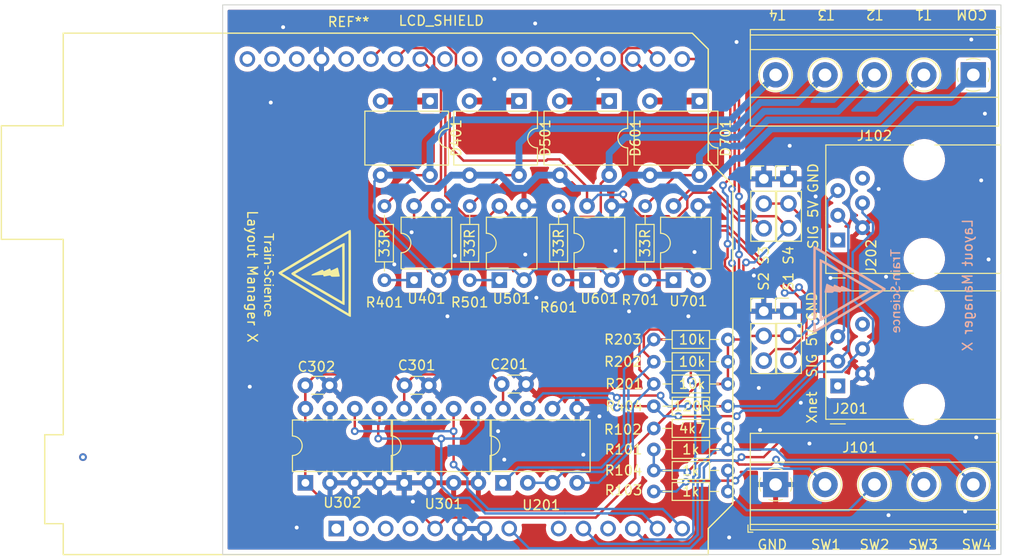
<source format=kicad_pcb>
(kicad_pcb (version 20211014) (generator pcbnew)
  (layers (0 "F.Cu" signal) (31 "B.Cu" signal) (34 "B.Paste" user) (35 "F.Paste" user) (36 "B.SilkS" user "B.Silkscreen") (37 "F.SilkS" user "F.Silkscreen") (38 "B.Mask" user) (39 "F.Mask" user) (44 "Edge.Cuts" user))
  (net 0 "")
  (net 1 "+5V")
  (net 2 "GND")
  (net 3 "+12V")
  (net 4 "/Xnet/Rx")
  (net 5 "/Xnet/Tx")
  (net 6 "/Xnet/485dir")
  (net 7 "/eeprom/SDA")
  (net 8 "/eeprom/SCL")
  (net 9 "Net-(D401-Pad1)")
  (net 10 "/sensor1/com")
  (net 11 "Net-(D501-Pad1)")
  (net 12 "Net-(D601-Pad1)")
  (net 13 "Net-(D701-Pad1)")
  (net 14 "Net-(J101-Pad2)")
  (net 15 "Net-(J101-Pad3)")
  (net 16 "Net-(J101-Pad4)")
  (net 18 "B")
  (net 19 "A")
  (net 21 "Net-(R401-Pad2)")
  (net 22 "Net-(R501-Pad2)")
  (net 23 "Net-(R601-Pad2)")
  (net 24 "Net-(R701-Pad2)")
  (net 42 "/switches")
  (net 43 "/input3")
  (net 44 "/input2")
  (net 45 "/input1")
  (net 46 "/input4")
  (net 47 "/track1")
  (net 48 "/track2")
  (net 49 "/track3")
  (net 50 "/track4")
  (footprint "Resistor_THT:R_Axial_DIN0204_L3.6mm_D1.6mm_P7.62mm_Horizontal" (layer "F.Cu") (at 165.483 113.892 180)
    (fp_text reference "R202")
    (fp_text value "10k")
  )
  (footprint "Diode_THT:Diode_Bridge_DIP-4_W7.62mm_P5.08mm" (layer "F.Cu") (at 162.549 87.095 -90)
    (fp_text reference "D701")
    (fp_text value "D_Bridge_+-AA")
  )
  (footprint "Capacitor_THT:C_Disc_D3.0mm_W1.6mm_P2.50mm" (layer "F.Cu") (at 122.039 116.315)
    (fp_text reference "C302")
    (fp_text value "100nF")
  )
  (footprint "custom_kicad_lib_sk:RJ12" (layer "F.Cu") (at 176.776 101.379 90)
    (fp_text reference "J202")
    (fp_text value "RJ12")
  )
  (footprint "TerminalBlock_Phoenix:TerminalBlock_Phoenix_MKDS-1,5-5-5.08_1x05_P5.08mm_Horizontal" (layer "F.Cu") (at 190.706 84.404 180)
    (fp_text reference "J102")
    (fp_text value "Screw_Terminal_01x05")
  )
  (footprint "TerminalBlock_Phoenix:TerminalBlock_Phoenix_MKDS-1,5-5-5.08_1x05_P5.08mm_Horizontal" (layer "F.Cu") (at 170.386 126.514)
    (fp_text reference "J101")
    (fp_text value "Screw_Terminal_01x05")
  )
  (footprint "Connector_PinHeader_2.54mm:PinHeader_1x03_P2.54mm_Vertical" (layer "F.Cu") (at 171.706 108.685)
    (fp_text reference "J402" hide)
    (fp_text value "Conn_01x03_Male")
  )
  (footprint "Resistor_THT:R_Axial_DIN0204_L3.6mm_D1.6mm_P7.62mm_Horizontal" (layer "F.Cu") (at 148.079 97.88 -90)
    (fp_text reference "R601")
    (fp_text value "33R")
  )
  (footprint "custom_kicad_lib_sk:UNO_SHIELD_NEUTRAL" (layer "F.Cu") (at 125.224 84.809)
    (fp_text reference "A101" hide)
    (fp_text value "Arduino_UNO_R3")
  )
  (footprint "Resistor_THT:R_Axial_DIN0204_L3.6mm_D1.6mm_P7.62mm_Horizontal" (layer "F.Cu") (at 165.483 116.178 180)
    (fp_text reference "R201")
    (fp_text value "10k")
  )
  (footprint "Resistor_THT:R_Axial_DIN0204_L3.6mm_D1.6mm_P7.62mm_Horizontal" (layer "F.Cu") (at 165.483 125.068 180)
    (fp_text reference "R103")
    (fp_text value "1k")
  )
  (footprint "Resistor_THT:R_Axial_DIN0204_L3.6mm_D1.6mm_P7.62mm_Horizontal" (layer "F.Cu") (at 138.94 97.89 -90)
    (fp_text reference "R501")
    (fp_text value "33R")
  )
  (footprint "custom_kicad_lib_sk:Arduino_UNO_R3" (layer "F.Cu") (at 125.224 82.777)
    (fp_text reference "REF**")
    (fp_text value "Arduino_UNO_R3")
  )
  (footprint "Diode_THT:Diode_Bridge_DIP-4_W7.62mm_P5.08mm" (layer "F.Cu") (at 153.278 87.095 -90)
    (fp_text reference "D601")
    (fp_text value "D_Bridge_+-AA")
  )
  (footprint "Resistor_THT:R_Axial_DIN0204_L3.6mm_D1.6mm_P7.62mm_Horizontal" (layer "F.Cu") (at 165.483 120.75 180)
    (fp_text reference "R101")
    (fp_text value "4k7")
  )
  (footprint "custom_kicad_lib_sk:RJ12" (layer "F.Cu") (at 176.776 116.379 90)
    (fp_text reference "J201")
    (fp_text value "RJ12")
  )
  (footprint "Package_DIP:DIP-8_W7.62mm" (layer "F.Cu") (at 122.049 126.338 90)
    (fp_text reference "U302")
    (fp_text value "24LC256")
  )
  (footprint "Capacitor_THT:C_Disc_D3.0mm_W1.6mm_P2.50mm" (layer "F.Cu") (at 132.239 116.315)
    (fp_text reference "C301")
    (fp_text value "100nF")
  )
  (footprint "Connector_PinHeader_2.54mm:PinHeader_1x03_P2.54mm_Vertical" (layer "F.Cu") (at 171.706 95.096)
    (fp_text reference "J701" hide)
    (fp_text value "Conn_01x03_Male")
  )
  (footprint "custom_kicad_lib_sk:Train-Science logo small" (layer "F.Cu") (at 122.176 104.875 -90)
    (fp_text reference "G***" hide)
    (fp_text value "LOGO" hide)
  )
  (footprint "Resistor_THT:R_Axial_DIN0204_L3.6mm_D1.6mm_P7.62mm_Horizontal" (layer "F.Cu") (at 157.863 122.909)
    (fp_text reference "R102")
    (fp_text value "1k")
  )
  (footprint "Package_DIP:DIP-4_W7.62mm" (layer "F.Cu") (at 133.22 105.5 90)
    (fp_text reference "U401")
    (fp_text value "EL814")
  )
  (footprint "Capacitor_THT:C_Disc_D3.0mm_W1.6mm_P2.50mm" (layer "F.Cu") (at 142.232 116.188)
    (fp_text reference "C201")
    (fp_text value "~")
  )
  (footprint "Package_DIP:DIP-4_W7.62mm" (layer "F.Cu") (at 159.89 105.5 90)
    (fp_text reference "U701")
    (fp_text value "EL814")
  )
  (footprint "Diode_THT:Diode_Bridge_DIP-4_W7.62mm_P5.08mm" (layer "F.Cu") (at 144.007 87.095 -90)
    (fp_text reference "D501")
    (fp_text value "D_Bridge_+-AA")
  )
  (footprint "Connector_PinHeader_2.54mm:PinHeader_1x03_P2.54mm_Vertical" (layer "F.Cu") (at 169.166 95.096)
    (fp_text reference "J601" hide)
    (fp_text value "Conn_01x03_Male")
  )
  (footprint "Package_DIP:DIP-4_W7.62mm" (layer "F.Cu") (at 151 105.5 90)
    (fp_text reference "U601")
    (fp_text value "EL814")
  )
  (footprint "Resistor_THT:R_Axial_DIN0204_L3.6mm_D1.6mm_P7.62mm_Horizontal" (layer "F.Cu") (at 157.863 118.464)
    (fp_text reference "R404")
    (fp_text value "120R")
  )
  (footprint "Package_DIP:DIP-8_W7.62mm" (layer "F.Cu") (at 132.209 126.338 90)
    (fp_text reference "U301")
    (fp_text value "24LC256")
  )
  (footprint "Connector_PinHeader_2.54mm:PinHeader_1x03_P2.54mm_Vertical" (layer "F.Cu") (at 169.166 108.7)
    (fp_text reference "J501" hide)
    (fp_text value "Conn_01x03_Male")
  )
  (footprint "Resistor_THT:R_Axial_DIN0204_L3.6mm_D1.6mm_P7.62mm_Horizontal" (layer "F.Cu") (at 130.177 97.89 -90)
    (fp_text reference "R401")
    (fp_text value "33R")
  )
  (footprint "Resistor_THT:R_Axial_DIN0204_L3.6mm_D1.6mm_P7.62mm_Horizontal" (layer "F.Cu") (at 165.483 111.606 180)
    (fp_text reference "R203")
    (fp_text value "10k")
  )
  (footprint "Diode_THT:Diode_Bridge_DIP-4_W7.62mm_P5.08mm" (layer "F.Cu") (at 134.863 87.095 -90)
    (fp_text reference "D401")
    (fp_text value "D_Bridge_+-AA")
  )
  (footprint "custom_kicad_lib_sk:UNO_LCD_SHIELD" (layer "F.Cu") (at 125.224 82.777)
    (fp_text reference "LCD_SHIELD")
    (fp_text value "UNO_LCD_SHIELD")
  )
  (footprint "Package_DIP:DIP-8_W7.62mm" (layer "F.Cu") (at 142.369 126.338 90)
    (fp_text reference "U201")
    (fp_text value "MAX485E")
  )
  (footprint "Package_DIP:DIP-4_W7.62mm" (layer "F.Cu") (at 141.983 105.5 90)
    (fp_text reference "U501")
    (fp_text value "EL814")
  )
  (footprint "Resistor_THT:R_Axial_DIN0204_L3.6mm_D1.6mm_P7.62mm_Horizontal" (layer "F.Cu") (at 156.974 97.89 -90)
    (fp_text reference "R701")
    (fp_text value "33R")
  )
  (footprint "Resistor_THT:R_Axial_DIN0204_L3.6mm_D1.6mm_P7.62mm_Horizontal" (layer "F.Cu") (at 157.863 127.227)
    (fp_text reference "R104")
    (fp_text value "1k")
  )
  (footprint "custom_kicad_lib_sk:Train-Science logo small" (layer "B.Cu") (at 178.818 106.526 -90)
    (fp_text reference "G***" hide)
    (fp_text value "LOGO" hide)
  )
  (gr_rect (start 193.546 133.709) (end 113.546 77.209) (layer "Edge.Cuts") (width 0.1) (fill none))
  (gr_text "Layout Manager X" (at 190.121 106.018 90) (layer "B.SilkS") (effects (font (size 1 1)) (justify mirror)))
  (gr_text "S4" (at 171.706 102.955 90) (layer "F.SilkS") (effects (font (size 1 1))))
  (gr_text "GND" (at 170.046 132.709) (layer "F.SilkS") (effects (font (size 1 1))))
  (gr_text "T3" (at 175.546 78.209 180) (layer "F.SilkS") (effects (font (size 1 1))))
  (gr_text "SIG 5V GND" (at 174.119 111.098 90) (layer "F.SilkS") (effects (font (size 1 1))))
  (gr_text "S2" (at 169.166 105.637 90) (layer "F.SilkS") (effects (font (size 1 1))))
  (gr_text "SW3" (at 185.546 132.709) (layer "F.SilkS") (effects (font (size 1 1))))
  (gr_text "T4" (at 170.546 78.209 180) (layer "F.SilkS") (effects (font (size 1 1))))
  (gr_text "T2" (at 180.546 78.209 180) (layer "F.SilkS") (effects (font (size 1 1))))
  (gr_text "COM" (at 190.546 78.209 180) (layer "F.SilkS") (effects (font (size 1 1))))
  (gr_text "SW4" (at 191.046 132.709) (layer "F.SilkS") (effects (font (size 1 1))))
  (gr_text "T1" (at 185.546 78.209 180) (layer "F.SilkS") (effects (font (size 1 1))))
  (gr_text "SW2\n" (at 180.546 132.709) (layer "F.SilkS") (effects (font (size 1 1))))
  (gr_text "SW1" (at 175.546 132.709) (layer "F.SilkS") (effects (font (size 1 1))))
  (gr_text "S1" (at 171.706 105.637 90) (layer "F.SilkS") (effects (font (size 1 1))))
  (gr_text "SIG 5V GND" (at 174.246 97.89 90) (layer "F.SilkS") (effects (font (size 1 1))))
  (gr_text "Layout Manager X" (at 116.588 105.129 270) (layer "F.SilkS") (effects (font (size 1 1))))
  (gr_text "S3" (at 169.166 102.955 90) (layer "F.SilkS") (effects (font (size 1 1))))
  (gr_text "Xnet" (at 174.119 118.591 90) (layer "F.SilkS") (effects (font (size 1 1))))
  (via (at 99.187 123.698) (size 0.8) (drill 0.4) (layers "F.Cu" "B.Cu") (net 0))
  (segment (start 165.483 116.178) (end 165.483 111.606) (width 0.25) (layer "F.Cu") (net 1))
  (segment (start 157.863 120.75) (end 162.408 116.205) (width 0.25) (layer "F.Cu") (net 1))
  (segment (start 132.209 118.718) (end 132.209 116.345) (width 0.25) (layer "F.Cu") (net 1))
  (segment (start 167.286 111.606) (end 165.483 111.606) (width 0.25) (layer "F.Cu") (net 1))
  (segment (start 133.364 115.19) (end 141.234 115.19) (width 0.25) (layer "F.Cu") (net 1))
  (segment (start 167.652 111.24) (end 167.286 111.606) (width 0.25) (layer "F.Cu") (net 1))
  (segment (start 162.46 116.178) (end 165.483 116.178) (width 0.25) (layer "F.Cu") (net 1))
  (segment (start 162.433 116.205) (end 162.46 116.178) (width 0.25) (layer "F.Cu") (net 1))
  (segment (start 131.114 115.19) (end 123.164 115.19) (width 0.25) (layer "F.Cu") (net 1))
  (segment (start 169.166 111.24) (end 167.652 111.24) (width 0.25) (layer "F.Cu") (net 1))
  (segment (start 155.956 125.857) (end 155.956 122.657) (width 0.25) (layer "F.Cu") (net 1))
  (segment (start 122.039 116.315) (end 122.039 126.328) (width 0.25) (layer "F.Cu") (net 1))
  (segment (start 171.706 97.636) (end 174.498 100.428) (width 0.25) (layer "F.Cu") (net 1))
  (segment (start 162.408 116.205) (end 162.433 116.205) (width 0.25) (layer "F.Cu") (net 1))
  (segment (start 132.239 116.315) (end 133.364 115.19) (width 0.25) (layer "F.Cu") (net 1))
  (segment (start 142.369 116.325) (end 142.232 116.188) (width 0.25) (layer "F.Cu") (net 1))
  (segment (start 132.239 116.315) (end 131.114 115.19) (width 0.25) (layer "F.Cu") (net 1))
  (segment (start 122.049 126.338) (end 125.211 129.5) (width 0.25) (layer "F.Cu") (net 1))
  (segment (start 132.209 116.345) (end 132.239 116.315) (width 0.25) (layer "F.Cu") (net 1))
  (segment (start 122.049 116.325) (end 122.039 116.315) (width 0.25) (layer "F.Cu") (net 1))
  (segment (start 174.498 100.428) (end 174.498 109.728) (width 0.25) (layer "F.Cu") (net 1))
  (segment (start 155.956 122.657) (end 157.863 120.75) (width 0.25) (layer "F.Cu") (net 1))
  (segment (start 125.211 129.5) (end 133.847 129.5) (width 0.25) (layer "F.Cu") (net 1))
  (segment (start 122.049 118.718) (end 122.049 116.325) (width 0.25) (layer "F.Cu") (net 1))
  (segment (start 171.706 111.225) (end 169.181 111.225) (width 0.25) (layer "F.Cu") (net 1))
  (segment (start 151.901 129.912) (end 155.956 125.857) (width 0.25) (layer "F.Cu") (net 1))
  (segment (start 169.181 111.225) (end 169.166 111.24) (width 0.25) (layer "F.Cu") (net 1))
  (segment (start 135.384 131.037) (end 136.509 129.912) (width 0.25) (layer "F.Cu") (net 1))
  (segment (start 123.164 115.19) (end 122.039 116.315) (width 0.25) (layer "F.Cu") (net 1))
  (segment (start 141.234 115.19) (end 142.232 116.188) (width 0.25) (layer "F.Cu") (net 1))
  (segment (start 169.166 97.636) (end 171.706 97.636) (width 0.25) (layer "F.Cu") (net 1))
  (segment (start 133.847 129.5) (end 135.384 131.037) (width 0.25) (layer "F.Cu") (net 1))
  (segment (start 142.369 118.718) (end 142.369 116.325) (width 0.25) (layer "F.Cu") (net 1))
  (segment (start 122.039 126.328) (end 122.049 126.338) (width 0.25) (layer "F.Cu") (net 1))
  (segment (start 136.509 129.912) (end 151.901 129.912) (width 0.25) (layer "F.Cu") (net 1))
  (via (at 174.498 109.728) (size 0.8) (drill 0.4) (layers "F.Cu" "B.Cu") (net 1))
  (segment (start 173.001 111.225) (end 171.706 111.225) (width 0.25) (layer "B.Cu") (net 1))
  (segment (start 174.498 109.728) (end 173.001 111.225) (width 0.25) (layer "B.Cu") (net 1))
  (via (at 168.783 120.904) (size 0.8) (drill 0.4) (layers "F.Cu" "B.Cu") (net 2))
  (via (at 190.5 80.772) (size 0.8) (drill 0.4) (layers "F.Cu" "B.Cu") (net 2))
  (via (at 119.761 79.502) (size 0.8) (drill 0.4) (layers "F.Cu" "B.Cu") (net 2))
  (via (at 141.478 84.836) (size 0.8) (drill 0.4) (layers "F.Cu" "B.Cu") (net 2))
  (via (at 145.669 79.121) (size 0.8) (drill 0.4) (layers "F.Cu" "B.Cu") (net 2))
  (via (at 141.859 121.031) (size 0.8) (drill 0.4) (layers "F.Cu" "B.Cu") (net 2))
  (via (at 116.332 116.459) (size 0.8) (drill 0.4) (layers "F.Cu" "B.Cu") (net 2))
  (via (at 144.653 102.87) (size 0.8) (drill 0.4) (layers "F.Cu" "B.Cu") (net 2))
  (via (at 133.096 128.27) (size 0.8) (drill 0.4) (layers "F.Cu" "B.Cu") (net 2))
  (via (at 152.273 119.507) (size 0.8) (drill 0.4) (layers "F.Cu" "B.Cu") (net 2))
  (via (at 137.414 102.997) (size 0.8) (drill 0.4) (layers "F.Cu" "B.Cu") (net 2))
  (via (at 132.969 100.584) (size 0.8) (drill 0.4) (layers "F.Cu" "B.Cu") (net 2))
  (via (at 181.737 105.156) (size 0.8) (drill 0.4) (layers "F.Cu" "B.Cu") (net 2))
  (via (at 121.158 130.937) (size 0.8) (drill 0.4) (layers "F.Cu" "B.Cu") (net 2))
  (via (at 192.278 103.378) (size 0.8) (drill 0.4) (layers "F.Cu" "B.Cu") (net 2))
  (via (at 161.417 109.22) (size 0.8) (drill 0.4) (layers "F.Cu" "B.Cu") (net 2))
  (via (at 145.796 107.315) (size 0.8) (drill 0.4) (layers "F.Cu" "B.Cu") (net 2))
  (via (at 165.608 131.953) (size 0.8) (drill 0.4) (layers "F.Cu" "B.Cu") (net 2))
  (via (at 191.897 88.392) (size 0.8) (drill 0.4) (layers "F.Cu" "B.Cu") (net 2))
  (via (at 155.321 108.712) (size 0.8) (drill 0.4) (layers "F.Cu" "B.Cu") (net 2))
  (via (at 191.516 95.25) (size 0.8) (drill 0.4) (layers "F.Cu" "B.Cu") (net 2))
  (via (at 176.022 105.283) (size 0.8) (drill 0.4) (layers "F.Cu" "B.Cu") (net 2))
  (via (at 131.191 103.886) (size 0.8) (drill 0.4) (layers "F.Cu" "B.Cu") (net 2))
  (via (at 118.491 87.249) (size 0.8) (drill 0.4) (layers "F.Cu" "B.Cu") (net 2))
  (via (at 174.498 96.901) (size 0.8) (drill 0.4) (layers "F.Cu" "B.Cu") (net 2))
  (via (at 173.863 122.301) (size 0.8) (drill 0.4) (layers "F.Cu" "B.Cu") (net 2))
  (via (at 191.008 121.666) (size 0.8) (drill 0.4) (layers "F.Cu" "B.Cu") (net 2))
  (via (at 162.052 102.616) (size 0.8) (drill 0.4) (layers "F.Cu" "B.Cu") (net 2))
  (via (at 153.924 102.489) (size 0.8) (drill 0.4) (layers "F.Cu" "B.Cu") (net 2))
  (via (at 166.37 81.026) (size 0.8) (drill 0.4) (layers "F.Cu" "B.Cu") (net 2))
  (via (at 180.975 96.139) (size 0.8) (drill 0.4) (layers "F.Cu" "B.Cu") (net 2))
  (via (at 168.656 116.586) (size 0.8) (drill 0.4) (layers "F.Cu" "B.Cu") (net 2))
  (via (at 142.494 123.952) (size 0.8) (drill 0.4) (layers "F.Cu" "B.Cu") (net 2))
  (via (at 168.148 105.029) (size 0.8) (drill 0.4) (layers "F.Cu" "B.Cu") (net 2))
  (via (at 181.991 129.667) (size 0.8) (drill 0.4) (layers "F.Cu" "B.Cu") (net 2))
  (via (at 172.974 118.11) (size 0.8) (drill 0.4) (layers "F.Cu" "B.Cu") (net 2))
  (via (at 136.652 109.22) (size 0.8) (drill 0.4) (layers "F.Cu" "B.Cu") (net 2))
  (via (at 150.622 123.444) (size 0.8) (drill 0.4) (layers "F.Cu" "B.Cu") (net 2))
  (via (at 189.865 129.286) (size 0.8) (drill 0.4) (layers "F.Cu" "B.Cu") (net 2))
  (via (at 152.146 84.836) (size 0.8) (drill 0.4) (layers "F.Cu" "B.Cu") (net 2))
  (via (at 171.831 91.694) (size 0.8) (drill 0.4) (layers "F.Cu" "B.Cu") (net 2))
  (segment (start 169.164 123.698) (end 166.878 123.698) (width 0.25) (layer "F.Cu") (net 3))
  (segment (start 176.776 111.299) (end 175.387 112.688) (width 0.25) (layer "F.Cu") (net 3))
  (segment (start 175.387 117.475) (end 169.164 123.698) (width 0.25) (layer "F.Cu") (net 3))
  (segment (start 175.387 112.688) (end 175.387 117.475) (width 0.25) (layer "F.Cu") (net 3))
  (via (at 166.878 123.698) (size 0.8) (drill 0.4) (layers "F.Cu" "B.Cu") (net 3))
  (segment (start 163.015 124.768396) (end 163.015 126.175) (width 0.25) (layer "B.Cu") (net 3))
  (segment (start 177.411 110.664) (end 176.776 111.299) (width 0.25) (layer "B.Cu") (net 3))
  (segment (start 175.691 97.384) (end 175.691 102.285) (width 0.25) (layer "B.Cu") (net 3))
  (segment (start 163.740396 124.043) (end 163.015 124.768396) (width 0.25) (layer "B.Cu") (net 3))
  (segment (start 166.878 123.698) (end 166.497 124.079) (width 0.25) (layer "B.Cu") (net 3))
  (segment (start 176.776 96.299) (end 175.691 97.384) (width 0.25) (layer "B.Cu") (net 3))
  (segment (start 162.825 126.365) (end 162.825 131.859783) (width 0.25) (layer "B.Cu") (net 3))
  (segment (start 163.015 126.175) (end 162.825 126.365) (width 0.25) (layer "B.Cu") (net 3))
  (segment (start 161.622783 133.062) (end 145.029 133.062) (width 0.25) (layer "B.Cu") (net 3))
  (segment (start 166.08 124.043) (end 163.740396 124.043) (width 0.25) (layer "B.Cu") (net 3))
  (segment (start 166.116 124.079) (end 166.08 124.043) (width 0.25) (layer "B.Cu") (net 3))
  (segment (start 175.691 102.285) (end 177.411 104.005) (width 0.25) (layer "B.Cu") (net 3))
  (segment (start 166.497 124.079) (end 166.116 124.079) (width 0.25) (layer "B.Cu") (net 3))
  (segment (start 145.029 133.062) (end 143.004 131.037) (width 0.25) (layer "B.Cu") (net 3))
  (segment (start 177.411 104.005) (end 177.411 110.664) (width 0.25) (layer "B.Cu") (net 3))
  (segment (start 162.825 131.859783) (end 161.622783 133.062) (width 0.25) (layer "B.Cu") (net 3))
  (segment (start 160.784 82.777) (end 163.422 82.777) (width 0.25) (layer "F.Cu") (net 4))
  (segment (start 163.422 82.777) (end 166.116 85.471) (width 0.25) (layer "F.Cu") (net 4))
  (segment (start 166.624 85.979) (end 166.624 96.901) (width 0.25) (layer "F.Cu") (net 4))
  (segment (start 166.624 107.95) (end 162.968 111.606) (width 0.25) (layer "F.Cu") (net 4))
  (segment (start 166.116 85.471) (end 166.624 85.979) (width 0.25) (layer "F.Cu") (net 4))
  (segment (start 162.968 111.606) (end 157.863 111.606) (width 0.25) (layer "F.Cu") (net 4))
  (segment (start 166.624 102.87) (end 166.624 107.95) (width 0.25) (layer "F.Cu") (net 4))
  (via (at 166.624 96.901) (size 0.8) (drill 0.4) (layers "F.Cu" "B.Cu") (net 4))
  (via (at 166.624 102.87) (size 0.8) (drill 0.4) (layers "F.Cu" "B.Cu") (net 4))
  (segment (start 150.650387 124.772) (end 150.641387 124.763) (width 0.25) (layer "B.Cu") (net 4))
  (segment (start 154.802 122.436208) (end 152.466208 124.772) (width 0.25) (layer "B.Cu") (net 4))
  (segment (start 154.802 114.667) (end 154.802 122.436208) (width 0.25) (layer "B.Cu") (net 4))
  (segment (start 150.641387 124.763) (end 143.944 124.763) (width 0.25) (layer "B.Cu") (net 4))
  (segment (start 157.863 111.606) (end 154.802 114.667) (width 0.25) (layer "B.Cu") (net 4))
  (segment (start 152.466208 124.772) (end 150.650387 124.772) (width 0.25) (layer "B.Cu") (net 4))
  (segment (start 143.944 124.763) (end 142.369 126.338) (width 0.25) (layer "B.Cu") (net 4))
  (segment (start 166.624 96.901) (end 166.624 102.87) (width 0.25) (layer "B.Cu") (net 4))
  (segment (start 157.252035 110.131) (end 158.645 110.131) (width 0.25) (layer "F.Cu") (net 5))
  (segment (start 165.1745 104.059305) (end 165.1745 103.4305) (width 0.25) (layer "F.Cu") (net 5))
  (segment (start 162.595208 110.706) (end 165.724 107.577208) (width 0.25) (layer "F.Cu") (net 5))
  (segment (start 165.724 86.351792) (end 165.724 89.662) (width 0.25) (layer "F.Cu") (net 5))
  (segment (start 155.238009 81.652) (end 154.579 82.311009) (width 0.25) (layer "F.Cu") (net 5))
  (segment (start 165.724 89.662) (end 165.724 95.008587) (width 0.25) (layer "F.Cu") (net 5))
  (segment (start 155.898 84.651) (end 162.306 84.651) (width 0.25) (layer "F.Cu") (net 5))
  (segment (start 157.863 116.178) (end 156.388 114.703) (width 0.25) (layer "F.Cu") (net 5))
  (segment (start 158.244 82.777) (end 157.119 81.652) (width 0.25) (layer "F.Cu") (net 5))
  (segment (start 159.22 110.706) (end 162.595208 110.706) (width 0.25) (layer "F.Cu") (net 5))
  (segment (start 158.645 110.131) (end 159.22 110.706) (width 0.25) (layer "F.Cu") (net 5))
  (segment (start 154.579 83.332) (end 155.898 84.651) (width 0.25) (layer "F.Cu") (net 5))
  (segment (start 154.579 82.311009) (end 154.579 83.332) (width 0.25) (layer "F.Cu") (net 5))
  (segment (start 165.225604 85.853396) (end 165.724 86.351792) (width 0.25) (layer "F.Cu") (net 5))
  (segment (start 165.4495 103.1555) (end 165.4495 101.7658) (width 0.25) (layer "F.Cu") (net 5))
  (segment (start 162.306 84.651) (end 164.023208 84.651) (width 0.25) (layer "F.Cu") (net 5))
  (segment (start 156.388 114.703) (end 156.388 110.995035) (width 0.25) (layer "F.Cu") (net 5))
  (segment (start 165.724 107.577208) (end 165.724 104.608806) (width 0.25) (layer "F.Cu") (net 5))
  (segment (start 157.119 81.652) (end 155.238009 81.652) (width 0.25) (layer "F.Cu") (net 5))
  (segment (start 165.1745 103.4305) (end 165.4495 103.1555) (width 0.25) (layer "F.Cu") (net 5))
  (segment (start 165.724 104.608806) (end 165.1745 104.059305) (width 0.25) (layer "F.Cu") (net 5))
  (segment (start 165.724 95.008587) (end 164.97608 95.756507) (width 0.25) (layer "F.Cu") (net 5))
  (segment (start 164.023208 84.651) (end 165.225604 85.853396) (width 0.25) (layer "F.Cu") (net 5))
  (segment (start 156.388 110.995035) (end 157.252035 110.131) (width 0.25) (layer "F.Cu") (net 5))
  (via (at 164.97608 95.756507) (size 0.8) (drill 0.4) (layers "F.Cu" "B.Cu") (net 5))
  (via (at 165.4495 101.7658) (size 0.8) (drill 0.4) (layers "F.Cu" "B.Cu") (net 5))
  (segment (start 164.97608 96.42808) (end 164.97608 95.756507) (width 0.25) (layer "B.Cu") (net 5))
  (segment (start 155.702 118.339) (end 155.702 122.809) (width 0.25) (layer "B.Cu") (net 5))
  (segment (start 152.173 126.338) (end 149.989 126.338) (width 0.25) (layer "B.Cu") (net 5))
  (segment (start 157.863 116.178) (end 155.702 118.339) (width 0.25) (layer "B.Cu") (net 5))
  (segment (start 165.4495 101.7658) (end 165.4495 96.9015) (width 0.25) (layer "B.Cu") (net 5))
  (segment (start 165.4495 96.9015) (end 164.97608 96.42808) (width 0.25) (layer "B.Cu") (net 5))
  (segment (start 155.702 122.809) (end 152.173 126.338) (width 0.25) (layer "B.Cu") (net 5))
  (segment (start 166.174 86.165396) (end 164.209604 84.201) (width 0.25) (layer "F.Cu") (net 6))
  (segment (start 157.863 113.892) (end 156.838 112.867) (width 0.25) (layer "F.Cu") (net 6))
  (segment (start 166.174 95.8645) (end 166.174 86.165396) (width 0.25) (layer "F.Cu") (net 6))
  (segment (start 159.004 111.156) (end 162.781604 111.156) (width 0.25) (layer "F.Cu") (net 6))
  (segment (start 164.209604 84.201) (end 157.128 84.201) (width 0.25) (layer "F.Cu") (net 6))
  (segment (start 156.838 112.867) (end 156.838 111.181431) (width 0.25) (layer "F.Cu") (net 6))
  (segment (start 166.174 104.0335) (end 165.8995 103.759) (width 0.25) (layer "F.Cu") (net 6))
  (segment (start 163.067302 110.870302) (end 166.174 107.763604) (width 0.25) (layer "F.Cu") (net 6))
  (segment (start 166.174 106.934) (end 166.174 104.0335) (width 0.25) (layer "F.Cu") (net 6))
  (segment (start 162.781604 111.156) (end 163.067302 110.870302) (width 0.25) (layer "F.Cu") (net 6))
  (segment (start 158.429 110.581) (end 159.004 111.156) (width 0.25) (layer "F.Cu") (net 6))
  (segment (start 165.8995 96.139) (end 166.174 95.8645) (width 0.25) (layer "F.Cu") (net 6))
  (segment (start 157.438431 110.581) (end 158.429 110.581) (width 0.25) (layer "F.Cu") (net 6))
  (segment (start 157.128 84.201) (end 155.704 82.777) (width 0.25) (layer "F.Cu") (net 6))
  (segment (start 156.838 111.181431) (end 157.438431 110.581) (width 0.25) (layer "F.Cu") (net 6))
  (segment (start 166.174 107.763604) (end 166.174 106.934) (width 0.25) (layer "F.Cu") (net 6))
  (via (at 165.8995 96.139) (size 0.8) (drill 0.4) (layers "F.Cu" "B.Cu") (net 6))
  (via (at 165.8995 103.759) (size 0.8) (drill 0.4) (layers "F.Cu" "B.Cu") (net 6))
  (segment (start 149.523009 125.213) (end 150.454991 125.213) (width 0.25) (layer "B.Cu") (net 6))
  (segment (start 166.174 101.346) (end 165.899 101.071) (width 0.25) (layer "B.Cu") (net 6))
  (segment (start 166.116 102.235) (end 166.174 102.235) (width 0.25) (layer "B.Cu") (net 6))
  (segment (start 155.252 122.622604) (end 155.252 116.503) (width 0.25) (layer "B.Cu") (net 6))
  (segment (start 166.174 102.235) (end 166.174 101.346) (width 0.25) (layer "B.Cu") (net 6))
  (segment (start 155.252 116.503) (end 157.863 113.892) (width 0.25) (layer "B.Cu") (net 6))
  (segment (start 165.899 96.1395) (end 165.8995 96.139) (width 0.25) (layer "B.Cu") (net 6))
  (segment (start 147.449 126.338) (end 144.909 126.338) (width 0.25) (layer "B.Cu") (net 6))
  (segment (start 150.454991 125.213) (end 150.463991 125.222) (width 0.25) (layer "B.Cu") (net 6))
  (segment (start 149.514009 125.222) (end 149.523009 125.213) (width 0.25) (layer "B.Cu") (net 6))
  (segment (start 152.652604 125.222) (end 155.252 122.622604) (width 0.25) (layer "B.Cu") (net 6))
  (segment (start 165.899 101.071) (end 165.899 96.1395) (width 0.25) (layer "B.Cu") (net 6))
  (segment (start 150.463991 125.222) (end 152.652604 125.222) (width 0.25) (layer "B.Cu") (net 6))
  (segment (start 147.449 126.338) (end 148.565 125.222) (width 0.25) (layer "B.Cu") (net 6))
  (segment (start 165.8995 102.4515) (end 166.116 102.235) (width 0.25) (layer "B.Cu") (net 6))
  (segment (start 165.8995 103.759) (end 165.8995 102.4515) (width 0.25) (layer "B.Cu") (net 6))
  (segment (start 148.565 125.222) (end 149.514009 125.222) (width 0.25) (layer "B.Cu") (net 6))
  (segment (start 129.54 120.4) (end 129.669 120.271) (width 0.25) (layer "F.Cu") (net 7))
  (segment (start 129.669 120.271) (end 129.669 118.718) (width 0.25) (layer "F.Cu") (net 7))
  (segment (start 129.54 121.793) (end 129.54 120.4) (width 0.25) (layer "F.Cu") (net 7))
  (via (at 129.54 121.793) (size 0.8) (drill 0.4) (layers "F.Cu" "B.Cu") (net 7))
  (via (at 136.017 121.793) (size 0.8) (drill 0.4) (layers "F.Cu" "B.Cu") (net 7))
  (segment (start 156.689 129.482) (end 148.717 129.482) (width 0.25) (layer "B.Cu") (net 7))
  (segment (start 138.176 127.889) (end 137.249009 127.889) (width 0.25) (layer "B.Cu") (net 7))
  (segment (start 137.249009 127.889) (end 136.017 126.656991) (width 0.25) (layer "B.Cu") (net 7))
  (segment (start 138.43 121.793) (end 139.829 120.394) (width 0.25) (layer "B.Cu") (net 7))
  (segment (start 140.531 129.482) (end 139.065 128.016) (width 0.25) (layer "B.Cu") (net 7))
  (segment (start 136.017 121.793) (end 138.43 121.793) (width 0.25) (layer "B.Cu") (net 7))
  (segment (start 136.017 121.793) (end 129.54 121.793) (width 0.25) (layer "B.Cu") (net 7))
  (segment (start 139.829 120.394) (end 139.829 118.718) (width 0.25) (layer "B.Cu") (net 7))
  (segment (start 139.065 128.016) (end 138.938 127.889) (width 0.25) (layer "B.Cu") (net 7))
  (segment (start 136.017 126.656991) (end 136.017 121.793) (width 0.25) (layer "B.Cu") (net 7))
  (segment (start 158.244 131.037) (end 156.689 129.482) (width 0.25) (layer "B.Cu") (net 7))
  (segment (start 138.938 127.889) (end 138.176 127.889) (width 0.25) (layer "B.Cu") (net 7))
  (segment (start 148.717 129.482) (end 140.531 129.482) (width 0.25) (layer "B.Cu") (net 7))
  (segment (start 127.129 121.029) (end 127.127 121.031) (width 0.25) (layer "F.Cu") (net 8))
  (segment (start 137.287 121.031) (end 137.287 124.46) (width 0.25) (layer "F.Cu") (net 8))
  (segment (start 127.129 118.718) (end 127.129 121.029) (width 0.25) (layer "F.Cu") (net 8))
  (segment (start 137.287 121.031) (end 137.287 118.72) (width 0.25) (layer "F.Cu") (net 8))
  (segment (start 137.287 118.72) (end 137.289 118.718) (width 0.25) (layer "F.Cu") (net 8))
  (via (at 127.127 121.031) (size 0.8) (drill 0.4) (layers "F.Cu" "B.Cu") (net 8))
  (via (at 137.287 124.46) (size 0.8) (drill 0.4) (layers "F.Cu" "B.Cu") (net 8))
  (via (at 137.287 121.031) (size 0.8) (drill 0.4) (layers "F.Cu" "B.Cu") (net 8))
  (segment (start 158.779 129.032) (end 140.843 129.032) (width 0.25) (layer "B.Cu") (net 8))
  (segment (start 137.287 124.46) (end 138.704 125.877) (width 0.25) (layer "B.Cu") (net 8))
  (segment (start 138.704 125.877) (end 138.704 126.893) (width 0.25) (layer "B.Cu") (net 8))
  (segment (start 160.784 131.037) (end 158.779 129.032) (width 0.25) (layer "B.Cu") (net 8))
  (segment (start 140.843 129.032) (end 138.704 126.893) (width 0.25) (layer "B.Cu") (net 8))
  (segment (start 127.127 121.031) (end 137.287 121.031) (width 0.25) (layer "B.Cu") (net 8))
  (segment (start 134.863 87.095) (end 129.783 87.095) (width 0.7) (layer "F.Cu") (net 9))
  (segment (start 169.932168 89.949) (end 166.89977 92.981398) (width 0.7) (layer "B.Cu") (net 10))
  (segment (start 136.885 104.375) (end 143.398 104.375) (width 0.25) (layer "B.Cu") (net 10))
  (segment (start 152.415 104.375) (end 153.54 105.5) (width 0.25) (layer "B.Cu") (net 10))
  (segment (start 135.71 96.065) (end 134.303811 96.065) (width 0.7) (layer "B.Cu") (net 10))
  (segment (start 166.191791 92.981398) (end 163.108189 96.065) (width 0.7) (layer "B.Cu") (net 10))
  (segment (start 181.353792 89.949) (end 169.932168 89.949) (width 0.7) (layer "B.Cu") (net 10))
  (segment (start 138.927 94.715) (end 142.097811 94.715) (width 0.7) (layer "B.Cu") (net 10))
  (segment (start 129.2 98.94) (end 135.76 105.5) (width 0.25) (layer "B.Cu") (net 10))
  (segment (start 184.561792 86.741) (end 181.353792 89.949) (width 0.7) (layer "B.Cu") (net 10))
  (segment (start 145.648 104.375) (end 152.415 104.375) (width 0.25) (layer "B.Cu") (net 10))
  (segment (start 163.108189 96.065) (end 161.851 96.065) (width 0.7) (layer "B.Cu") (net 10))
  (segment (start 129.152 98.94) (end 129.2 98.94) (width 0.25) (layer "B.Cu") (net 10))
  (segment (start 188.369 86.741) (end 184.561792 86.741) (width 0.7) (layer "B.Cu") (net 10))
  (segment (start 153.998 96.065) (end 155.348 94.715) (width 0.7) (layer "B.Cu") (net 10))
  (segment (start 142.097811 94.715) (end 143.447811 96.065) (width 0.7) (layer "B.Cu") (net 10))
  (segment (start 166.89977 92.981398) (end 166.191791 92.981398) (width 0.7) (layer "B.Cu") (net 10))
  (segment (start 135.76 105.5) (end 136.885 104.375) (width 0.25) (layer "B.Cu") (net 10))
  (segment (start 149.548 96.065) (end 153.998 96.065) (width 0.7) (layer "B.Cu") (net 10))
  (segment (start 145.95 94.715) (end 148.198 94.715) (width 0.7) (layer "B.Cu") (net 10))
  (segment (start 161.305 104.375) (end 162.43 105.5) (width 0.25) (layer "B.Cu") (net 10))
  (segment (start 160.501 94.715) (end 157.469 94.715) (width 0.7) (layer "B.Cu") (net 10))
  (segment (start 190.706 84.404) (end 188.369 86.741) (width 0.7) (layer "B.Cu") (net 10))
  (segment (start 155.348 94.715) (end 157.469 94.715) (width 0.7) (layer "B.Cu") (net 10))
  (segment (start 161.851 96.065) (end 160.501 94.715) (width 0.7) (layer "B.Cu") (net 10))
  (segment (start 132.95381 94.715) (end 129.783 94.715) (width 0.7) (layer "B.Cu") (net 10))
  (segment (start 138.927 94.715) (end 137.06 94.715) (width 0.7) (layer "B.Cu") (net 10))
  (segment (start 134.303811 96.065) (end 132.95381 94.715) (width 0.7) (layer "B.Cu") (net 10))
  (segment (start 144.6 96.065) (end 145.95 94.715) (width 0.7) (layer "B.Cu") (net 10))
  (segment (start 129.783 94.715) (end 129.152 95.346) (width 0.25) (layer "B.Cu") (net 10))
  (segment (start 154.665 104.375) (end 161.305 104.375) (width 0.25) (layer "B.Cu") (net 10))
  (segment (start 144.523 105.5) (end 145.648 104.375) (width 0.25) (layer "B.Cu") (net 10))
  (segment (start 153.54 105.5) (end 154.665 104.375) (width 0.25) (layer "B.Cu") (net 10))
  (segment (start 143.398 104.375) (end 144.523 105.5) (width 0.25) (layer "B.Cu") (net 10))
  (segment (start 143.447811 96.065) (end 144.6 96.065) (width 0.7) (layer "B.Cu") (net 10))
  (segment (start 137.06 94.715) (end 135.71 96.065) (width 0.7) (layer "B.Cu") (net 10))
  (segment (start 129.152 95.346) (end 129.152 98.94) (width 0.25) (layer "B.Cu") (net 10))
  (segment (start 148.198 94.715) (end 149.548 96.065) (width 0.7) (layer "B.Cu") (net 10))
  (segment (start 138.927 87.095) (end 144.007 87.095) (width 0.7) (layer "F.Cu") (net 11))
  (segment (start 148.198 87.095) (end 153.278 87.095) (width 0.7) (layer "F.Cu") (net 12))
  (segment (start 157.469 87.095) (end 162.549 87.095) (width 0.7) (layer "F.Cu") (net 13))
  (segment (start 166.248288 126.118258) (end 161.282742 126.118258) (width 0.25) (layer "F.Cu") (net 14))
  (segment (start 161.282742 126.118258) (end 161.163 126.238) (width 0.25) (layer "F.Cu") (net 14))
  (via (at 161.163 126.238) (size 0.8) (drill 0.4) (layers "F.Cu" "B.Cu") (net 14))
  (via (at 166.248288 126.118258) (size 0.8) (drill 0.4) (layers "F.Cu" "B.Cu") (net 14))
  (segment (start 160.174 127.227) (end 157.863 127.227) (width 0.25) (layer "B.Cu") (net 14))
  (segment (start 161.163 126.238) (end 160.174 127.227) (width 0.25) (layer "B.Cu") (net 14))
  (segment (start 175.466 126.514) (end 173.841 124.889) (width 0.25) (layer "B.Cu") (net 14))
  (segment (start 173.841 124.889) (end 167.477546 124.889) (width 0.25) (layer "B.Cu") (net 14))
  (segment (start 167.477546 124.889) (end 166.248288 126.118258) (width 0.25) (layer "B.Cu") (net 14))
  (segment (start 167.415 129.159) (end 177.901 129.159) (width 0.25) (layer "B.Cu") (net 15))
  (segment (start 165.483 125.068) (end 165.483 127.227) (width 0.25) (layer "B.Cu") (net 15))
  (segment (start 165.483 127.227) (end 167.415 129.159) (width 0.25) (layer "B.Cu") (net 15))
  (segment (start 177.901 129.159) (end 180.546 126.514) (width 0.25) (layer "B.Cu") (net 15))
  (segment (start 161.311683 125.249618) (end 162.518301 124.043) (width 0.25) (layer "F.Cu") (net 16))
  (segment (start 169.926 124.46) (end 170.434 123.952) (width 0.25) (layer "F.Cu") (net 16))
  (segment (start 166.614696 124.46) (end 167.259 124.46) (width 0.25) (layer "F.Cu") (net 16))
  (segment (start 166.197696 124.043) (end 166.614696 124.46) (width 0.25) (layer "F.Cu") (net 16))
  (segment (start 167.259 124.46) (end 169.926 124.46) (width 0.25) (layer "F.Cu") (net 16))
  (segment (start 162.518301 124.043) (end 166.197696 124.043) (width 0.25) (layer "F.Cu") (net 16))
  (via (at 170.434 123.952) (size 0.8) (drill 0.4) (layers "F.Cu" "B.Cu") (net 16))
  (via (at 161.311683 125.249618) (size 0.8) (drill 0.4) (layers "F.Cu" "B.Cu") (net 16))
  (segment (start 157.863 125.068) (end 161.130065 125.068) (width 0.25) (layer "B.Cu") (net 16))
  (segment (start 183.551 124.439) (end 185.626 126.514) (width 0.25) (layer "B.Cu") (net 16))
  (segment (start 161.130065 125.068) (end 161.311683 125.249618) (width 0.25) (layer "B.Cu") (net 16))
  (segment (start 170.921 124.439) (end 183.551 124.439) (width 0.25) (layer "B.Cu") (net 16))
  (segment (start 170.434 123.952) (end 170.921 124.439) (width 0.25) (layer "B.Cu") (net 16))
  (segment (start 157.863 125.068) (end 157.863 122.909) (width 0.25) (layer "B.Cu") (net 16))
  (segment (start 165.483 118.464) (end 161.39 118.464) (width 0.25) (layer "F.Cu") (net 18))
  (segment (start 158.563533 117.369486) (end 154.283514 117.369486) (width 0.25) (layer "F.Cu") (net 18))
  (segment (start 154.283514 117.369486) (end 154.068549 117.584451) (width 0.25) (layer "F.Cu") (net 18))
  (via (at 158.563533 117.369486) (size 0.8) (drill 0.4) (layers "F.Cu" "B.Cu") (net 18))
  (via (at 161.39 118.464) (size 0.8) (drill 0.4) (layers "F.Cu" "B.Cu") (net 18))
  (via (at 154.068549 117.584451) (size 0.8) (drill 0.4) (layers "F.Cu" "B.Cu") (net 18))
  (segment (start 177.861 112.754) (end 176.776 113.839) (width 0.25) (layer "B.Cu") (net 18))
  (segment (start 161.39 118.464) (end 159.358 118.464) (width 0.25) (layer "B.Cu") (net 18))
  (segment (start 154.068549 117.584451) (end 153.627098 117.143) (width 0.25) (layer "B.Cu") (net 18))
  (segment (start 176.776 113.839) (end 175.086 113.839) (width 0.25) (layer "B.Cu") (net 18))
  (segment (start 170.461 118.464) (end 165.483 118.464) (width 0.25) (layer "B.Cu") (net 18))
  (segment (start 175.086 113.839) (end 170.461 118.464) (width 0.25) (layer "B.Cu") (net 18))
  (segment (start 176.776 98.839) (end 177.861 99.924) (width 0.25) (layer "B.Cu") (net 18))
  (segment (start 146.484 117.143) (end 144.909 118.718) (width 0.25) (layer "B.Cu") (net 18))
  (segment (start 153.627098 117.143) (end 146.484 117.143) (width 0.25) (layer "B.Cu") (net 18))
  (segment (start 159.358 118.464) (end 158.623 117.729) (width 0.25) (layer "B.Cu") (net 18))
  (segment (start 177.861 99.924) (end 177.861 112.754) (width 0.25) (layer "B.Cu") (net 18))
  (segment (start 158.563533 117.669533) (end 158.563533 117.369486) (width 0.25) (layer "B.Cu") (net 18))
  (segment (start 158.623 117.729) (end 158.563533 117.669533) (width 0.25) (layer "B.Cu") (net 18))
  (segment (start 157.863 118.464) (end 154.2315 118.464) (width 0.25) (layer "F.Cu") (net 19))
  (segment (start 160.383 119.489) (end 166.388 119.489) (width 0.25) (layer "F.Cu") (net 19))
  (segment (start 154.2315 118.464) (end 154.0775 118.618) (width 0.25) (layer "F.Cu") (net 19))
  (via (at 166.388 119.489) (size 0.8) (drill 0.4) (layers "F.Cu" "B.Cu") (net 19))
  (via (at 160.383 119.489) (size 0.8) (drill 0.4) (layers "F.Cu" "B.Cu") (net 19))
  (via (at 154.0775 118.618) (size 0.8) (drill 0.4) (layers "F.Cu" "B.Cu") (net 19))
  (segment (start 158.888 119.489) (end 160.383 119.489) (width 0.25) (layer "B.Cu") (net 19))
  (segment (start 166.963 118.914) (end 166.388 119.489) (width 0.25) (layer "B.Cu") (net 19))
  (segment (start 180.401 111.484) (end 179.316 112.569) (width 0.25) (layer "B.Cu") (net 19))
  (segment (start 174.626396 114.935) (end 170.647396 118.914) (width 0.25) (layer "B.Cu") (net 19))
  (segment (start 179.316 112.569) (end 177.927 113.958) (width 0.25) (layer "B.Cu") (net 19))
  (segment (start 177.927 113.958) (end 177.927 114.222422) (width 0.25) (layer "B.Cu") (net 19))
  (segment (start 179.316 98.574578) (end 180.401 99.659578) (width 0.25) (layer "B.Cu") (net 19))
  (segment (start 178.311 107.489578) (end 180.401 109.579578) (width 0.25) (layer "B.Cu") (net 19))
  (segment (start 177.214422 114.935) (end 174.626396 114.935) (width 0.25) (layer "B.Cu") (net 19))
  (segment (start 180.401 109.579578) (end 180.401 111.484) (width 0.25) (layer "B.Cu") (net 19))
  (segment (start 179.316 97.569) (end 179.316 98.574578) (width 0.25) (layer "B.Cu") (net 19))
  (segment (start 170.647396 118.914) (end 166.963 118.914) (width 0.25) (layer "B.Cu") (net 19))
  (segment (start 157.863 118.464) (end 158.888 119.489) (width 0.25) (layer "B.Cu") (net 19))
  (segment (start 178.311 102.648422) (end 178.311 107.489578) (width 0.25) (layer "B.Cu") (net 19))
  (segment (start 148.574 117.593) (end 147.449 118.718) (width 0.25) (layer "B.Cu") (net 19))
  (segment (start 153.0525 117.593) (end 148.574 117.593) (width 0.25) (layer "B.Cu") (net 19))
  (segment (start 180.401 100.558422) (end 178.311 102.648422) (width 0.25) (layer "B.Cu") (net 19))
  (segment (start 180.401 99.659578) (end 180.401 100.558422) (width 0.25) (layer "B.Cu") (net 19))
  (segment (start 177.927 114.222422) (end 177.214422 114.935) (width 0.25) (layer "B.Cu") (net 19))
  (segment (start 154.0775 118.618) (end 153.0525 117.593) (width 0.25) (layer "B.Cu") (net 19))
  (segment (start 133.22 105.5) (end 130.187 105.5) (width 0.25) (layer "B.Cu") (net 21))
  (segment (start 130.187 105.5) (end 130.177 105.51) (width 0.25) (layer "B.Cu") (net 21))
  (segment (start 141.983 105.5) (end 138.95 105.5) (width 0.25) (layer "B.Cu") (net 22))
  (segment (start 138.95 105.5) (end 138.94 105.51) (width 0.25) (layer "B.Cu") (net 22))
  (segment (start 151 105.5) (end 148.079 105.5) (width 0.25) (layer "B.Cu") (net 23))
  (segment (start 159.88 105.51) (end 159.89 105.5) (width 0.25) (layer "B.Cu") (net 24))
  (segment (start 156.974 105.51) (end 159.88 105.51) (width 0.25) (layer "B.Cu") (net 24))
  (segment (start 188.181 123.989) (end 171.496306 123.989) (width 0.25) (layer "B.Cu") (net 42))
  (segment (start 150.624 131.037) (end 152.199 132.612) (width 0.25) (layer "B.Cu") (net 42))
  (segment (start 165.483 122.909) (end 165.483 120.75) (width 0.25) (layer "B.Cu") (net 42))
  (segment (start 161.436387 132.612) (end 162.375 131.673387) (width 0.25) (layer "B.Cu") (net 42))
  (segment (start 162.565 125.726396) (end 162.565 124.582) (width 0.25) (layer "B.Cu") (net 42))
  (segment (start 171.496306 123.989) (end 170.416305 122.909) (width 0.25) (layer "B.Cu") (net 42))
  (segment (start 152.199 132.612) (end 161.436387 132.612) (width 0.25) (layer "B.Cu") (net 42))
  (segment (start 162.565 124.582) (end 164.238 122.909) (width 0.25) (layer "B.Cu") (net 42))
  (segment (start 164.238 122.909) (end 165.483 122.909) (width 0.25) (layer "B.Cu") (net 42))
  (segment (start 170.416305 122.909) (end 165.483 122.909) (width 0.25) (layer "B.Cu") (net 42))
  (segment (start 190.706 126.514) (end 188.181 123.989) (width 0.25) (layer "B.Cu") (net 42))
  (segment (start 162.375 125.916396) (end 162.565 125.726396) (width 0.25) (layer "B.Cu") (net 42))
  (segment (start 162.375 131.673387) (end 162.375 125.916396) (width 0.25) (layer "B.Cu") (net 42))
  (segment (start 161.305 97.101396) (end 161.886396 96.52) (width 0.25) (layer "F.Cu") (net 43))
  (segment (start 146.812 93.218) (end 146.939 93.091) (width 0.25) (layer "F.Cu") (net 43))
  (segment (start 148.164991 93.091) (end 151 95.926009) (width 0.25) (layer "F.Cu") (net 43))
  (segment (start 146.939 93.091) (end 148.164991 93.091) (width 0.25) (layer "F.Cu") (net 43))
  (segment (start 137.529 85.211) (end 136.888 85.852) (width 0.25) (layer "F.Cu") (net 43))
  (segment (start 154.722398 97.087967) (end 156.567431 98.933) (width 0.25) (layer "F.Cu") (net 43))
  (segment (start 154.722398 96.683398) (end 154.722398 97.087967) (width 0.25) (layer "F.Cu") (net 43))
  (segment (start 166.564604 99.383) (end 168.373 99.383) (width 0.25) (layer "F.Cu") (net 43))
  (segment (start 136.888 85.852) (end 136.888 91.803) (width 0.25) (layer "F.Cu") (net 43))
  (segment (start 161.886396 96.52) (end 163.701604 96.52) (width 0.25) (layer "F.Cu") (net 43))
  (segment (start 163.701604 96.52) (end 166.564604 99.383) (width 0.25) (layer "F.Cu") (net 43))
  (segment (start 138.303 93.218) (end 146.812 93.218) (width 0.25) (layer "F.Cu") (net 43))
  (segment (start 161.305 98.055991) (end 161.305 97.101396) (width 0.25) (layer "F.Cu") (net 43))
  (segment (start 130.359 81.202) (end 136.419991 81.202) (width 0.25) (layer "F.Cu") (net 43))
  (segment (start 160.173991 99.187) (end 161.305 98.055991) (width 0.25) (layer "F.Cu") (net 43))
  (segment (start 159.385 98.933) (end 159.639 99.187) (width 0.25) (layer "F.Cu") (net 43))
  (segment (start 136.888 91.803) (end 138.303 93.218) (width 0.25) (layer "F.Cu") (net 43))
  (segment (start 159.639 99.187) (end 160.173991 99.187) (width 0.25) (layer "F.Cu") (net 43))
  (segment (start 136.419991 81.202) (end 137.529 82.311009) (width 0.25) (layer "F.Cu") (net 43))
  (segment (start 151 95.926009) (end 151 97.88) (width 0.25) (layer "F.Cu") (net 43))
  (segment (start 128.784 82.777) (end 130.359 81.202) (width 0.25) (layer "F.Cu") (net 43))
  (segment (start 168.373 99.383) (end 169.166 100.176) (width 0.25) (layer "F.Cu") (net 43))
  (segment (start 156.567431 98.933) (end 159.385 98.933) (width 0.25) (layer "F.Cu") (net 43))
  (segment (start 137.529 82.311009) (end 137.529 85.211) (width 0.25) (layer "F.Cu") (net 43))
  (via (at 154.722398 96.683398) (size 0.8) (drill 0.4) (layers "F.Cu" "B.Cu") (net 43))
  (segment (start 152.14 96.74) (end 154.277594 96.74) (width 0.25) (layer "B.Cu") (net 43))
  (segment (start 151 97.88) (end 152.14 96.74) (width 0.25) (layer "B.Cu") (net 43))
  (segment (start 154.334196 96.683398) (end 154.722398 96.683398) (width 0.25) (layer "B.Cu") (net 43))
  (segment (start 154.277594 96.74) (end 154.334196 96.683398) (width 0.25) (layer "B.Cu") (net 43))
  (segment (start 136.438 96.837569) (end 138.515431 98.915) (width 0.25) (layer "F.Cu") (net 44))
  (segment (start 138.515431 98.915) (end 140.948 98.915) (width 0.25) (layer "F.Cu") (net 44))
  (segment (start 173.101 107.569) (end 165.481 99.949) (width 0.25) (layer "F.Cu") (net 44))
  (segment (start 134.329991 81.652) (end 135.279 82.601009) (width 0.25) (layer "F.Cu") (net 44))
  (segment (start 132.449 81.652) (end 134.329991 81.652) (width 0.25) (layer "F.Cu") (net 44))
  (segment (start 135.279 83.555604) (end 136.438 84.714604) (width 0.25) (layer "F.Cu") (net 44))
  (segment (start 172.002701 112.59) (end 173.101 111.491701) (width 0.25) (layer "F.Cu") (net 44))
  (segment (start 170.356 112.59) (end 172.002701 112.59) (width 0.25) (layer "F.Cu") (net 44))
  (segment (start 173.101 111.491701) (end 173.101 107.569) (width 0.25) (layer "F.Cu") (net 44))
  (segment (start 131.324 82.777) (end 132.449 81.652) (width 0.25) (layer "F.Cu") (net 44))
  (segment (start 165.481 99.949) (end 144.052 99.949) (width 0.25) (layer "F.Cu") (net 44))
  (segment (start 136.438 84.714604) (end 136.438 96.837569) (width 0.25) (layer "F.Cu") (net 44))
  (segment (start 135.279 82.601009) (end 135.279 83.555604) (width 0.25) (layer "F.Cu") (net 44))
  (segment (start 140.948 98.915) (end 141.983 97.88) (width 0.25) (layer "F.Cu") (net 44))
  (segment (start 144.052 99.949) (end 141.983 97.88) (width 0.25) (layer "F.Cu") (net 44))
  (segment (start 169.166 113.78) (end 170.356 112.59) (width 0.25) (layer "F.Cu") (net 44))
  (segment (start 173.551 106.9944) (end 173.551 111.92) (width 0.25) (layer "F.Cu") (net 45))
  (segment (start 172.7878 106.2312) (end 173.551 106.9944) (width 0.25) (layer "F.Cu") (net 45))
  (segment (start 133.22 97.88) (end 133.288991 97.88) (width 0.25) (layer "F.Cu") (net 45))
  (segment (start 173.551 111.92) (end 171.706 113.765) (width 0.25) (layer "F.Cu") (net 45))
  (segment (start 135.988 84.901) (end 133.864 82.777) (width 0.25) (layer "F.Cu") (net 45))
  (segment (start 133.22 99.184) (end 134.435 100.399) (width 0.25) (layer "F.Cu") (net 45))
  (segment (start 165.294604 100.399) (end 171.3187 106.423096) (width 0.25) (layer "F.Cu") (net 45))
  (segment (start 133.288991 97.88) (end 135.988 95.180991) (width 0.25) (layer "F.Cu") (net 45))
  (segment (start 135.988 95.180991) (end 135.988 84.901) (width 0.25) (layer "F.Cu") (net 45))
  (segment (start 133.22 97.88) (end 133.22 99.184) (width 0.25) (layer "F.Cu") (net 45))
  (segment (start 171.3187 106.423096) (end 171.3187 106.8113) (width 0.25) (layer "F.Cu") (net 45))
  (segment (start 134.435 100.399) (end 165.294604 100.399) (width 0.25) (layer "F.Cu") (net 45))
  (via (at 171.3187 106.8113) (size 0.8) (drill 0.4) (layers "F.Cu" "B.Cu") (net 45))
  (via (at 172.7878 106.2312) (size 0.8) (drill 0.4) (layers "F.Cu" "B.Cu") (net 45))
  (segment (start 172.2077 106.8113) (end 172.7878 106.2312) (width 0.25) (layer "B.Cu") (net 45))
  (segment (start 171.3187 106.8113) (end 172.2077 106.8113) (width 0.25) (layer "B.Cu") (net 45))
  (segment (start 163.83 96.012) (end 161.758 96.012) (width 0.25) (layer "F.Cu") (net 46))
  (segment (start 165.862698 109.347698) (end 161.671 113.539396) (width 0.25) (layer "F.Cu") (net 46))
  (segment (start 161.671 113.539396) (end 161.671 115.824) (width 0.25) (layer "F.Cu") (net 46))
  (segment (start 167.074 108.136396) (end 165.862698 109.347698) (width 0.25) (layer "F.Cu") (net 46))
  (segment (start 167.074 103.954684) (end 167.074 105.029) (width 0.25) (layer "F.Cu") (net 46))
  (segment (start 166.751 98.933) (end 163.83 96.012) (width 0.25) (layer "F.Cu") (net 46))
  (segment (start 167.074 105.029) (end 167.074 108.136396) (width 0.25) (layer "F.Cu") (net 46))
  (segment (start 161.758 96.012) (end 159.89 97.88) (width 0.25) (layer "F.Cu") (net 46))
  (segment (start 171.706 100.176) (end 170.463 98.933) (width 0.25) (layer "F.Cu") (net 46))
  (segment (start 167.3485 103.680184) (end 167.074 103.954684) (width 0.25) (layer "F.Cu") (net 46))
  (segment (start 170.463 98.933) (end 166.751 98.933) (width 0.25) (layer "F.Cu") (net 46))
  (via (at 161.671 115.824) (size 0.8) (drill 0.4) (layers "F.Cu" "B.Cu") (net 46))
  (via (at 167.3485 103.680184) (size 0.8) (drill 0.4) (layers "F.Cu" "B.Cu") (net 46))
  (segment (start 155.704 131.037) (end 156.829 132.162) (width 0.25) (layer "B.Cu") (net 46))
  (segment (start 161.249991 132.162) (end 161.925 131.486991) (width 0.25) (layer "B.Cu") (net 46))
  (segment (start 168.201816 103.680184) (end 167.3485 103.680184) (width 0.25) (layer "B.Cu") (net 46))
  (segment (start 161.925 131.486991) (end 161.925 125.73) (width 0.25) (layer "B.Cu") (net 46))
  (segment (start 156.829 132.162) (end 161.249991 132.162) (width 0.25) (layer "B.Cu") (net 46))
  (segment (start 161.925 125.73) (end 162.115 125.54) (width 0.25) (layer "B.Cu") (net 46))
  (segment (start 162.115 125.54) (end 162.115 116.268) (width 0.25) (layer "B.Cu") (net 46))
  (segment (start 171.706 100.176) (end 168.201816 103.680184) (width 0.25) (layer "B.Cu") (net 46))
  (segment (start 162.115 116.268) (end 161.671 115.824) (width 0.25) (layer "B.Cu") (net 46))
  (segment (start 130.177 97.89) (end 133.352 94.715) (width 0.25) (layer "F.Cu") (net 47))
  (segment (start 133.352 94.715) (end 134.863 94.715) (width 0.25) (layer "F.Cu") (net 47))
  (segment (start 170.386 84.404) (end 165.763 89.027) (width 0.7) (layer "B.Cu") (net 47))
  (segment (start 134.863 91.451) (end 134.863 94.715) (width 0.7) (layer "B.Cu") (net 47))
  (segment (start 165.763 89.027) (end 137.287 89.027) (width 0.7) (layer "B.Cu") (net 47))
  (segment (start 137.287 89.027) (end 134.863 91.451) (width 0.7) (layer "B.Cu") (net 47))
  (segment (start 138.94 97.89) (end 140.31 96.52) (width 0.25) (layer "F.Cu") (net 48))
  (segment (start 142.14 94.715) (end 144.007 94.715) (width 0.25) (layer "F.Cu") (net 48))
  (segment (start 140.31 96.52) (end 140.335 96.52) (width 0.25) (layer "F.Cu") (net 48))
  (segment (start 140.335 96.52) (end 142.14 94.715) (width 0.25) (layer "F.Cu") (net 48))
  (segment (start 166.135792 89.927) (end 145.531 89.927) (width 0.7) (layer "B.Cu") (net 48))
  (segment (start 168.813792 87.249) (end 166.135792 89.927) (width 0.7) (layer "B.Cu") (net 48))
  (segment (start 145.531 89.927) (end 144.007 91.451) (width 0.7) (layer "B.Cu") (net 48))
  (segment (start 144.007 91.451) (end 144.007 94.715) (width 0.7) (layer "B.Cu") (net 48))
  (segment (start 175.466 84.404) (end 172.621 87.249) (width 0.7) (layer "B.Cu") (net 48))
  (segment (start 172.621 87.249) (end 168.813792 87.249) (width 0.7) (layer "B.Cu") (net 48))
  (segment (start 152.415 98.583999) (end 152.415 95.578) (width 0.25) (layer "F.Cu") (net 49))
  (segment (start 152.415 95.578) (end 153.278 94.715) (width 0.25) (layer "F.Cu") (net 49))
  (segment (start 151.993999 99.005) (end 152.415 98.583999) (width 0.25) (layer "F.Cu") (net 49))
  (segment (start 149.204 99.005) (end 151.993999 99.005) (width 0.25) (layer "F.Cu") (net 49))
  (segment (start 148.079 97.88) (end 149.204 99.005) (width 0.25) (layer "F.Cu") (net 49))
  (segment (start 153.278 92.467) (end 153.278 94.715) (width 0.7) (layer "B.Cu") (net 49))
  (segment (start 154.918 90.827) (end 153.278 92.467) (width 0.7) (layer "B.Cu") (net 49))
  (segment (start 166.508584 90.827) (end 154.918 90.827) (width 0.7) (layer "B.Cu") (net 49))
  (segment (start 176.801 88.149) (end 169.186584 88.149) (width 0.7) (layer "B.Cu") (net 49))
  (segment (start 180.546 84.404) (end 176.801 88.149) (width 0.7) (layer "B.Cu") (net 49))
  (segment (start 169.186584 88.149) (end 166.508584 90.827) (width 0.7) (layer "B.Cu") (net 49))
  (segment (start 156.974 97.89) (end 160.149 94.715) (width 0.25) (layer "F.Cu") (net 50))
  (segment (start 160.149 94.715) (end 162.549 94.715) (width 0.25) (layer "F.Cu") (net 50))
  (segment (start 169.559376 89.049) (end 166.881376 91.727) (width 0.7) (layer "B.Cu") (net 50))
  (segment (start 185.626 84.404) (end 180.981 89.049) (width 0.7) (layer "B.Cu") (net 50))
  (segment (start 166.881376 91.727) (end 163.543 91.727) (width 0.7) (layer "B.Cu") (net 50))
  (segment (start 162.549 92.721) (end 162.549 94.715) (width 0.7) (layer "B.Cu") (net 50))
  (segment (start 180.981 89.049) (end 169.559376 89.049) (width 0.7) (layer "B.Cu") (net 50))
  (segment (start 163.543 91.727) (end 162.549 92.721) (width 0.7) (layer "B.Cu") (net 50))
  (zone (net 2) (net_name "GND") (layers F&B.Cu) (connect_pads (clearance 0.508)) (min_thickness 0.254) (fill yes (thermal_gap 0.508) (thermal_bridge_width 0.508))
    (polygon (pts (xy 194.046 134.209) (xy 113.046 134.209) (xy 113.046 76.709) (xy 194.046 76.709)))
  )
)
</source>
